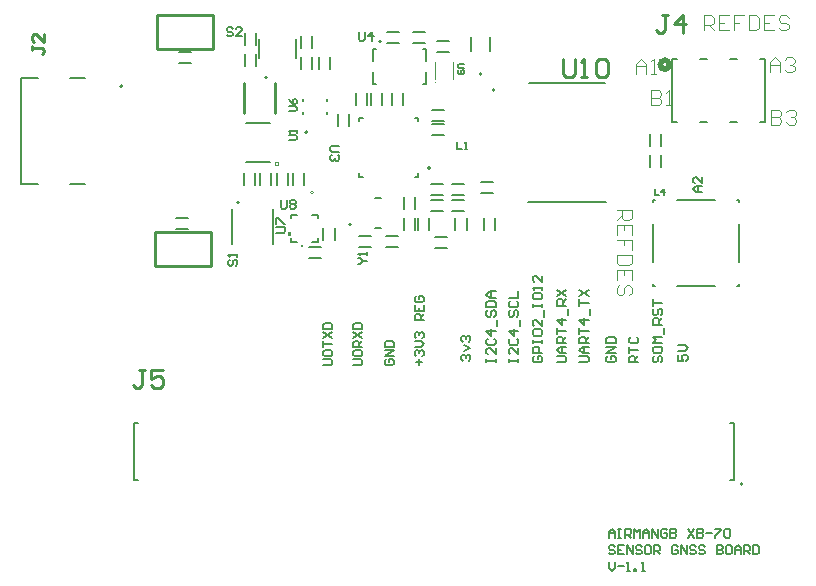
<source format=gto>
G04*
G04 #@! TF.GenerationSoftware,Altium Limited,Altium Designer,22.11.1 (43)*
G04*
G04 Layer_Color=65535*
%FSLAX44Y44*%
%MOMM*%
G71*
G04*
G04 #@! TF.SameCoordinates,81CC0E8B-20A0-439E-BAEA-CE75FBAB7F8A*
G04*
G04*
G04 #@! TF.FilePolarity,Positive*
G04*
G01*
G75*
%ADD10C,0.2000*%
%ADD11C,0.5080*%
%ADD12C,0.0000*%
%ADD13C,0.2540*%
%ADD14C,0.1000*%
%ADD15C,0.1270*%
%ADD16C,0.1524*%
%ADD17C,0.2032*%
%ADD18C,0.0762*%
G36*
X842899Y903685D02*
Y899875D01*
X840359D01*
Y903685D01*
X842899D01*
D02*
G37*
D10*
X1225430Y690250D02*
G03*
X1225430Y690250I-1000J0D01*
G01*
X1015460Y1023670D02*
G03*
X1015460Y1023670I-1000J0D01*
G01*
X1004300Y1037410D02*
G03*
X1004300Y1037410I-1000J0D01*
G01*
X893940Y909780D02*
G03*
X893940Y909780I-1000J0D01*
G01*
X919430Y1064772D02*
G03*
X919430Y1064772I-1000J0D01*
G01*
X857000Y988050D02*
G03*
X857000Y988050I-1000J0D01*
G01*
X799260Y928500D02*
G03*
X799260Y928500I-1000J0D01*
G01*
X700210Y1027130D02*
G03*
X700210Y1027130I-1000J0D01*
G01*
X960830Y957860D02*
G03*
X960830Y957860I-1000J0D01*
G01*
X822850Y1034180D02*
G03*
X822850Y1034180I-1000J0D01*
G01*
X614110Y1034030D02*
X629010D01*
X614110Y944630D02*
Y1034030D01*
Y944630D02*
X629010D01*
X656210Y1034030D02*
X668310D01*
X656210Y944630D02*
X668310D01*
D11*
X1163320Y1045210D02*
G03*
X1163320Y1045210I-3810J0D01*
G01*
D12*
X861950Y936770D02*
G03*
X861950Y936770I-1270J0D01*
G01*
D13*
X852529Y891794D02*
G03*
X852529Y891794I-359J0D01*
G01*
X729234Y1087120D02*
X776986D01*
X729234Y1058926D02*
X776986D01*
X729234D02*
Y1087120D01*
X776986Y1058926D02*
Y1087120D01*
X829818Y1004716D02*
Y1029716D01*
X803656Y1004716D02*
Y1029716D01*
X727964Y875030D02*
X775716D01*
X727964Y903224D02*
X775716D01*
Y875030D02*
Y903224D01*
X727964Y875030D02*
Y903224D01*
X719833Y786379D02*
X714754D01*
X717293D01*
Y773683D01*
X714754Y771144D01*
X712215D01*
X709676Y773683D01*
X735068Y786379D02*
X724911D01*
Y778762D01*
X729989Y781301D01*
X732529D01*
X735068Y778762D01*
Y773683D01*
X732529Y771144D01*
X727450D01*
X724911Y773683D01*
X1162051Y1087117D02*
X1156973D01*
X1159512D01*
Y1074422D01*
X1156973Y1071882D01*
X1154433D01*
X1151894Y1074422D01*
X1174747Y1071882D02*
Y1087117D01*
X1167129Y1079500D01*
X1177286D01*
X1073156Y1050287D02*
Y1037592D01*
X1075695Y1035052D01*
X1080774D01*
X1083313Y1037592D01*
Y1050287D01*
X1088391Y1035052D02*
X1093470D01*
X1090930D01*
Y1050287D01*
X1088391Y1047748D01*
X1101087D02*
X1103626Y1050287D01*
X1108705D01*
X1111244Y1047748D01*
Y1037592D01*
X1108705Y1035052D01*
X1103626D01*
X1101087Y1037592D01*
Y1047748D01*
X623572Y1061297D02*
Y1057912D01*
Y1059604D01*
X632036D01*
X633728Y1057912D01*
Y1056219D01*
X632036Y1054526D01*
X633728Y1071454D02*
Y1064683D01*
X626957Y1071454D01*
X625264D01*
X623572Y1069761D01*
Y1066376D01*
X625264Y1064683D01*
D14*
X965320Y1030130D02*
G03*
X965320Y1030130I-500J0D01*
G01*
Y1033130D02*
Y1047130D01*
X980320Y1033130D02*
Y1047130D01*
D15*
X1217930Y693400D02*
Y741700D01*
X709930Y693400D02*
Y741700D01*
X1214780Y693400D02*
X1217930D01*
X709930D02*
X713080D01*
X709930Y741700D02*
X713080D01*
X1214780D02*
X1217930D01*
X1044960Y1029670D02*
X1108960D01*
X1043960Y928670D02*
X1109960D01*
X1004160Y936270D02*
X1014160D01*
X1004160Y945870D02*
X1014160D01*
X1006120Y905590D02*
Y915590D01*
X1015720Y905590D02*
Y915590D01*
X1147090Y976710D02*
Y986710D01*
X1156690Y976710D02*
Y986710D01*
X1147090Y958930D02*
Y968930D01*
X1156690Y958930D02*
Y968930D01*
X995300Y1056990D02*
Y1068990D01*
X1011300Y1056990D02*
Y1068990D01*
X866420Y1041480D02*
Y1051480D01*
X876020Y1041480D02*
Y1051480D01*
X913740Y931980D02*
X919140D01*
X913740Y906980D02*
X919140D01*
X979250Y935000D02*
X989250D01*
X979250Y944600D02*
X989250D01*
X950240Y905590D02*
Y915590D01*
X959840Y905590D02*
Y915590D01*
X961470Y935000D02*
X971470D01*
X961470Y944600D02*
X971470D01*
X967040Y1055650D02*
X977040D01*
X967040Y1065250D02*
X977040D01*
X965280Y899229D02*
X975280D01*
X965280Y889629D02*
X975280D01*
X982055Y905590D02*
Y915590D01*
X991655Y905590D02*
Y915590D01*
X979250Y930979D02*
X989250D01*
X979250Y921379D02*
X989250D01*
X912220Y1058773D02*
X914720D01*
X912220Y1048773D02*
Y1058773D01*
Y1028773D02*
Y1038773D01*
Y1028773D02*
X914720D01*
X954720D02*
X957220D01*
Y1038773D01*
X954720Y1058773D02*
X957220D01*
Y1048773D02*
Y1058773D01*
X853600Y1003350D02*
Y1004950D01*
Y1014350D02*
Y1015950D01*
X873600Y1014350D02*
Y1015950D01*
Y1003350D02*
Y1004950D01*
X851180Y1059260D02*
Y1069260D01*
X860780Y1059260D02*
Y1069260D01*
X907770Y1011000D02*
Y1021000D01*
X898170Y1011000D02*
Y1021000D01*
X892530Y993220D02*
Y1003220D01*
X882930Y993220D02*
Y1003220D01*
X938250Y1011000D02*
Y1021000D01*
X928650Y1011000D02*
Y1021000D01*
X938810Y905590D02*
Y915590D01*
X948410Y905590D02*
Y915590D01*
X938810Y922880D02*
Y932880D01*
X948410Y922880D02*
Y932880D01*
X962740Y997230D02*
X972740D01*
X962740Y1006830D02*
X972740D01*
X748110Y1046760D02*
X758110D01*
X748110Y1056360D02*
X758110D01*
X793060Y893050D02*
Y923050D01*
X827460Y893050D02*
Y923050D01*
X870422Y896700D02*
Y906700D01*
X880022Y896700D02*
Y906700D01*
X858600Y881660D02*
X868600D01*
X858600Y891260D02*
X868600D01*
X804190Y1061800D02*
Y1071800D01*
X813790Y1061800D02*
Y1071800D01*
X804190Y1044020D02*
Y1054020D01*
X813790Y1044020D02*
Y1054020D01*
X924640Y1063270D02*
X934640D01*
X924640Y1072870D02*
X934640D01*
X946230D02*
X956230D01*
X946230Y1063270D02*
X956230D01*
X920470Y1011000D02*
Y1021000D01*
X910870Y1011000D02*
Y1021000D01*
X923370Y890550D02*
X933370D01*
X923370Y900150D02*
X933370D01*
X900510D02*
X910510D01*
X900510Y890550D02*
X910510D01*
X962740Y995400D02*
X972740D01*
X962740Y985800D02*
X972740D01*
X961470Y930979D02*
X971470D01*
X961470Y921379D02*
X971470D01*
X746060Y915390D02*
X756060D01*
X746060Y905790D02*
X756060D01*
X947880Y950360D02*
X950830D01*
Y953310D01*
Y997410D02*
Y1000360D01*
X947880D02*
X950830D01*
X900830D02*
X903780D01*
X900830Y997410D02*
Y1000360D01*
Y950360D02*
Y953310D01*
Y950360D02*
X903780D01*
X844703Y943690D02*
Y953690D01*
X854303Y943690D02*
Y953690D01*
X840460Y943690D02*
Y953690D01*
X830860Y943690D02*
Y953690D01*
X826490Y943690D02*
Y953690D01*
X816890Y943690D02*
Y953690D01*
X812520Y943690D02*
Y953690D01*
X802920Y943690D02*
Y953690D01*
X816215Y1051180D02*
Y1067180D01*
X847485Y1051180D02*
Y1067180D01*
X851180Y1041480D02*
Y1051480D01*
X860780Y1041480D02*
Y1051480D01*
X989329Y1045632D02*
X985097D01*
X984251Y1044786D01*
Y1043093D01*
X985097Y1042246D01*
X989329D01*
X985097Y1040554D02*
X984251Y1039707D01*
Y1038014D01*
X985097Y1037168D01*
X988483D01*
X989329Y1038014D01*
Y1039707D01*
X988483Y1040554D01*
X987636D01*
X986790Y1039707D01*
Y1037168D01*
D16*
X1240307Y996340D02*
X1244600D01*
X1165860D02*
X1170153D01*
X1244600D02*
Y1049680D01*
X1240307D02*
X1244600D01*
X1165860Y996340D02*
Y1049680D01*
X1170153D01*
X1189507D02*
X1195553D01*
X1214907D02*
X1220953D01*
X1189507Y996340D02*
X1195553D01*
X1214907D02*
X1220953D01*
X1149858Y857758D02*
Y859332D01*
X1220928Y930402D02*
X1222502D01*
X1149858Y928828D02*
Y930402D01*
Y857758D02*
X1151432D01*
X1222502D02*
Y859332D01*
X1220928Y857758D02*
X1222502D01*
Y878028D02*
Y910132D01*
X1170128Y930402D02*
X1202232D01*
X1222502Y928828D02*
Y930402D01*
X1149858Y878028D02*
Y910132D01*
Y930402D02*
X1151432D01*
X1170128Y857758D02*
X1202232D01*
X805307Y962660D02*
X825373D01*
X805307Y995680D02*
X825373D01*
X843153Y918337D02*
X848522D01*
X866267Y915468D02*
Y918337D01*
X860898Y895223D02*
X866267D01*
X843153D02*
X848522D01*
X843153Y915468D02*
Y918337D01*
X860898D02*
X866267D01*
Y895223D02*
Y898092D01*
X843153Y895223D02*
Y898092D01*
X983828Y979804D02*
Y973456D01*
X988060D01*
X990176D02*
X992292D01*
X991234D01*
Y979804D01*
X990176Y978746D01*
X841376Y1005630D02*
X846666D01*
X847724Y1006688D01*
Y1008804D01*
X846666Y1009862D01*
X841376D01*
Y1016210D02*
X842434Y1014094D01*
X844550Y1011978D01*
X846666D01*
X847724Y1013036D01*
Y1015152D01*
X846666Y1016210D01*
X845608D01*
X844550Y1015152D01*
Y1011978D01*
X900432Y1073149D02*
Y1066801D01*
X901702Y1065531D01*
X904241D01*
X905510Y1066801D01*
Y1073149D01*
X911858Y1065531D02*
Y1073149D01*
X908050Y1069340D01*
X913128D01*
X841376Y981288D02*
X846666D01*
X847724Y982346D01*
Y984462D01*
X846666Y985520D01*
X841376D01*
X847724Y987636D02*
Y989752D01*
Y988694D01*
X841376D01*
X842434Y987636D01*
D17*
X1112012Y644748D02*
Y649826D01*
X1114551Y652365D01*
X1117090Y649826D01*
Y644748D01*
Y648557D01*
X1112012D01*
X1119630Y652365D02*
X1122169D01*
X1120899D01*
Y644748D01*
X1119630D01*
X1122169D01*
X1125977D02*
Y652365D01*
X1129786D01*
X1131056Y651096D01*
Y648557D01*
X1129786Y647287D01*
X1125977D01*
X1128517D02*
X1131056Y644748D01*
X1133595D02*
Y652365D01*
X1136134Y649826D01*
X1138673Y652365D01*
Y644748D01*
X1141213D02*
Y649826D01*
X1143752Y652365D01*
X1146291Y649826D01*
Y644748D01*
Y648557D01*
X1141213D01*
X1148830Y644748D02*
Y652365D01*
X1153908Y644748D01*
Y652365D01*
X1161526Y651096D02*
X1160256Y652365D01*
X1157717D01*
X1156448Y651096D01*
Y646017D01*
X1157717Y644748D01*
X1160256D01*
X1161526Y646017D01*
Y648557D01*
X1158987D01*
X1164065Y652365D02*
Y644748D01*
X1167874D01*
X1169144Y646017D01*
Y647287D01*
X1167874Y648557D01*
X1164065D01*
X1167874D01*
X1169144Y649826D01*
Y651096D01*
X1167874Y652365D01*
X1164065D01*
X1179300D02*
X1184379Y644748D01*
Y652365D02*
X1179300Y644748D01*
X1186918Y652365D02*
Y644748D01*
X1190726D01*
X1191996Y646017D01*
Y647287D01*
X1190726Y648557D01*
X1186918D01*
X1190726D01*
X1191996Y649826D01*
Y651096D01*
X1190726Y652365D01*
X1186918D01*
X1194535Y648557D02*
X1199614D01*
X1202153Y652365D02*
X1207231D01*
Y651096D01*
X1202153Y646017D01*
Y644748D01*
X1209770Y651096D02*
X1211040Y652365D01*
X1213579D01*
X1214849Y651096D01*
Y646017D01*
X1213579Y644748D01*
X1211040D01*
X1209770Y646017D01*
Y651096D01*
X1117090Y637078D02*
X1115821Y638347D01*
X1113282D01*
X1112012Y637078D01*
Y635808D01*
X1113282Y634539D01*
X1115821D01*
X1117090Y633269D01*
Y631999D01*
X1115821Y630730D01*
X1113282D01*
X1112012Y631999D01*
X1124708Y638347D02*
X1119630D01*
Y630730D01*
X1124708D01*
X1119630Y634539D02*
X1122169D01*
X1127247Y630730D02*
Y638347D01*
X1132325Y630730D01*
Y638347D01*
X1139943Y637078D02*
X1138673Y638347D01*
X1136134D01*
X1134865Y637078D01*
Y635808D01*
X1136134Y634539D01*
X1138673D01*
X1139943Y633269D01*
Y631999D01*
X1138673Y630730D01*
X1136134D01*
X1134865Y631999D01*
X1146291Y638347D02*
X1143752D01*
X1142482Y637078D01*
Y631999D01*
X1143752Y630730D01*
X1146291D01*
X1147561Y631999D01*
Y637078D01*
X1146291Y638347D01*
X1150100Y630730D02*
Y638347D01*
X1153908D01*
X1155178Y637078D01*
Y634539D01*
X1153908Y633269D01*
X1150100D01*
X1152639D02*
X1155178Y630730D01*
X1170413Y637078D02*
X1169144Y638347D01*
X1166604D01*
X1165335Y637078D01*
Y631999D01*
X1166604Y630730D01*
X1169144D01*
X1170413Y631999D01*
Y634539D01*
X1167874D01*
X1172952Y630730D02*
Y638347D01*
X1178031Y630730D01*
Y638347D01*
X1185648Y637078D02*
X1184379Y638347D01*
X1181839D01*
X1180570Y637078D01*
Y635808D01*
X1181839Y634539D01*
X1184379D01*
X1185648Y633269D01*
Y631999D01*
X1184379Y630730D01*
X1181839D01*
X1180570Y631999D01*
X1193266Y637078D02*
X1191996Y638347D01*
X1189457D01*
X1188187Y637078D01*
Y635808D01*
X1189457Y634539D01*
X1191996D01*
X1193266Y633269D01*
Y631999D01*
X1191996Y630730D01*
X1189457D01*
X1188187Y631999D01*
X1203422Y638347D02*
Y630730D01*
X1207231D01*
X1208501Y631999D01*
Y633269D01*
X1207231Y634539D01*
X1203422D01*
X1207231D01*
X1208501Y635808D01*
Y637078D01*
X1207231Y638347D01*
X1203422D01*
X1214849D02*
X1212310D01*
X1211040Y637078D01*
Y631999D01*
X1212310Y630730D01*
X1214849D01*
X1216118Y631999D01*
Y637078D01*
X1214849Y638347D01*
X1218658Y630730D02*
Y635808D01*
X1221197Y638347D01*
X1223736Y635808D01*
Y630730D01*
Y634539D01*
X1218658D01*
X1226275Y630730D02*
Y638347D01*
X1230084D01*
X1231353Y637078D01*
Y634539D01*
X1230084Y633269D01*
X1226275D01*
X1228814D02*
X1231353Y630730D01*
X1233893Y638347D02*
Y630730D01*
X1237701D01*
X1238971Y631999D01*
Y637078D01*
X1237701Y638347D01*
X1233893D01*
X1112012Y624329D02*
Y619251D01*
X1114551Y616712D01*
X1117090Y619251D01*
Y624329D01*
X1119630Y620521D02*
X1124708D01*
X1127247Y616712D02*
X1129786D01*
X1128517D01*
Y624329D01*
X1127247Y623060D01*
X1133595Y616712D02*
Y617982D01*
X1134865D01*
Y616712D01*
X1133595D01*
X1139943D02*
X1142482D01*
X1141213D01*
Y624329D01*
X1139943Y623060D01*
X1171071Y799844D02*
Y794512D01*
X1175069D01*
X1173736Y797178D01*
Y798511D01*
X1175069Y799844D01*
X1177735D01*
X1179068Y798511D01*
Y795845D01*
X1177735Y794512D01*
X1171071Y802509D02*
X1176402D01*
X1179068Y805175D01*
X1176402Y807841D01*
X1171071D01*
X1150751Y798574D02*
X1149418Y797241D01*
Y794575D01*
X1150751Y793242D01*
X1152084D01*
X1153416Y794575D01*
Y797241D01*
X1154749Y798574D01*
X1156082D01*
X1157415Y797241D01*
Y794575D01*
X1156082Y793242D01*
X1149418Y805238D02*
Y802572D01*
X1150751Y801239D01*
X1156082D01*
X1157415Y802572D01*
Y805238D01*
X1156082Y806571D01*
X1150751D01*
X1149418Y805238D01*
X1157415Y809237D02*
X1149418D01*
X1152084Y811903D01*
X1149418Y814568D01*
X1157415D01*
X1158748Y817234D02*
Y822566D01*
X1157415Y825232D02*
X1149418D01*
Y829230D01*
X1150751Y830563D01*
X1153416D01*
X1154749Y829230D01*
Y825232D01*
Y827897D02*
X1157415Y830563D01*
X1150751Y838561D02*
X1149418Y837228D01*
Y834562D01*
X1150751Y833229D01*
X1152084D01*
X1153416Y834562D01*
Y837228D01*
X1154749Y838561D01*
X1156082D01*
X1157415Y837228D01*
Y834562D01*
X1156082Y833229D01*
X1149418Y841226D02*
Y846558D01*
Y843892D01*
X1157415D01*
X1137158Y793242D02*
X1129161D01*
Y797241D01*
X1130493Y798574D01*
X1133159D01*
X1134492Y797241D01*
Y793242D01*
Y795908D02*
X1137158Y798574D01*
X1129161Y801239D02*
Y806571D01*
Y803905D01*
X1137158D01*
X1130493Y814568D02*
X1129161Y813235D01*
Y810570D01*
X1130493Y809237D01*
X1135825D01*
X1137158Y810570D01*
Y813235D01*
X1135825Y814568D01*
X1111443Y798574D02*
X1110111Y797241D01*
Y794575D01*
X1111443Y793242D01*
X1116775D01*
X1118108Y794575D01*
Y797241D01*
X1116775Y798574D01*
X1114109D01*
Y795908D01*
X1118108Y801239D02*
X1110111D01*
X1118108Y806571D01*
X1110111D01*
Y809237D02*
X1118108D01*
Y813235D01*
X1116775Y814568D01*
X1111443D01*
X1110111Y813235D01*
Y809237D01*
X1087188Y793242D02*
X1093852D01*
X1095185Y794575D01*
Y797241D01*
X1093852Y798574D01*
X1087188D01*
X1095185Y801239D02*
X1089854D01*
X1087188Y803905D01*
X1089854Y806571D01*
X1095185D01*
X1091186D01*
Y801239D01*
X1095185Y809237D02*
X1087188D01*
Y813235D01*
X1088521Y814568D01*
X1091186D01*
X1092519Y813235D01*
Y809237D01*
Y811903D02*
X1095185Y814568D01*
X1087188Y817234D02*
Y822566D01*
Y819900D01*
X1095185D01*
Y829230D02*
X1087188D01*
X1091186Y825232D01*
Y830563D01*
X1096518Y833229D02*
Y838561D01*
X1087188Y841226D02*
Y846558D01*
Y843892D01*
X1095185D01*
X1087188Y849224D02*
X1095185Y854555D01*
X1087188D02*
X1095185Y849224D01*
X1068138Y793242D02*
X1074802D01*
X1076135Y794575D01*
Y797241D01*
X1074802Y798574D01*
X1068138D01*
X1076135Y801239D02*
X1070804D01*
X1068138Y803905D01*
X1070804Y806571D01*
X1076135D01*
X1072136D01*
Y801239D01*
X1076135Y809237D02*
X1068138D01*
Y813235D01*
X1069471Y814568D01*
X1072136D01*
X1073469Y813235D01*
Y809237D01*
Y811903D02*
X1076135Y814568D01*
X1068138Y817234D02*
Y822566D01*
Y819900D01*
X1076135D01*
Y829230D02*
X1068138D01*
X1072136Y825232D01*
Y830563D01*
X1077468Y833229D02*
Y838561D01*
X1076135Y841226D02*
X1068138D01*
Y845225D01*
X1069471Y846558D01*
X1072136D01*
X1073469Y845225D01*
Y841226D01*
Y843892D02*
X1076135Y846558D01*
X1068138Y849224D02*
X1076135Y854555D01*
X1068138D02*
X1076135Y849224D01*
X1049151Y798574D02*
X1047818Y797241D01*
Y794575D01*
X1049151Y793242D01*
X1054482D01*
X1055815Y794575D01*
Y797241D01*
X1054482Y798574D01*
X1051816D01*
Y795908D01*
X1055815Y801239D02*
X1047818D01*
Y805238D01*
X1049151Y806571D01*
X1051816D01*
X1053149Y805238D01*
Y801239D01*
X1047818Y809237D02*
Y811903D01*
Y810570D01*
X1055815D01*
Y809237D01*
Y811903D01*
X1047818Y819900D02*
Y817234D01*
X1049151Y815901D01*
X1054482D01*
X1055815Y817234D01*
Y819900D01*
X1054482Y821233D01*
X1049151D01*
X1047818Y819900D01*
X1055815Y829230D02*
Y823899D01*
X1050483Y829230D01*
X1049151D01*
X1047818Y827897D01*
Y825232D01*
X1049151Y823899D01*
X1057148Y831896D02*
Y837228D01*
X1047818Y839893D02*
Y842559D01*
Y841226D01*
X1055815D01*
Y839893D01*
Y842559D01*
X1047818Y850557D02*
Y847891D01*
X1049151Y846558D01*
X1054482D01*
X1055815Y847891D01*
Y850557D01*
X1054482Y851890D01*
X1049151D01*
X1047818Y850557D01*
X1055815Y854555D02*
Y857221D01*
Y855888D01*
X1047818D01*
X1049151Y854555D01*
X1055815Y866552D02*
Y861220D01*
X1050483Y866552D01*
X1049151D01*
X1047818Y865219D01*
Y862553D01*
X1049151Y861220D01*
X1027498Y793242D02*
Y795908D01*
Y794575D01*
X1035495D01*
Y793242D01*
Y795908D01*
Y805238D02*
Y799906D01*
X1030163Y805238D01*
X1028831D01*
X1027498Y803905D01*
Y801239D01*
X1028831Y799906D01*
Y813235D02*
X1027498Y811903D01*
Y809237D01*
X1028831Y807904D01*
X1034162D01*
X1035495Y809237D01*
Y811903D01*
X1034162Y813235D01*
X1035495Y819900D02*
X1027498D01*
X1031496Y815901D01*
Y821233D01*
X1036828Y823899D02*
Y829230D01*
X1028831Y837228D02*
X1027498Y835895D01*
Y833229D01*
X1028831Y831896D01*
X1030163D01*
X1031496Y833229D01*
Y835895D01*
X1032829Y837228D01*
X1034162D01*
X1035495Y835895D01*
Y833229D01*
X1034162Y831896D01*
X1028831Y845225D02*
X1027498Y843892D01*
Y841226D01*
X1028831Y839893D01*
X1034162D01*
X1035495Y841226D01*
Y843892D01*
X1034162Y845225D01*
X1027498Y847891D02*
X1035495D01*
Y853222D01*
X1008448Y793242D02*
Y795908D01*
Y794575D01*
X1016445D01*
Y793242D01*
Y795908D01*
Y805238D02*
Y799906D01*
X1011114Y805238D01*
X1009781D01*
X1008448Y803905D01*
Y801239D01*
X1009781Y799906D01*
Y813235D02*
X1008448Y811903D01*
Y809237D01*
X1009781Y807904D01*
X1015112D01*
X1016445Y809237D01*
Y811903D01*
X1015112Y813235D01*
X1016445Y819900D02*
X1008448D01*
X1012446Y815901D01*
Y821233D01*
X1017778Y823899D02*
Y829230D01*
X1009781Y837228D02*
X1008448Y835895D01*
Y833229D01*
X1009781Y831896D01*
X1011114D01*
X1012446Y833229D01*
Y835895D01*
X1013779Y837228D01*
X1015112D01*
X1016445Y835895D01*
Y833229D01*
X1015112Y831896D01*
X1008448Y839893D02*
X1016445D01*
Y843892D01*
X1015112Y845225D01*
X1009781D01*
X1008448Y843892D01*
Y839893D01*
X1016445Y847891D02*
X1011114D01*
X1008448Y850557D01*
X1011114Y853222D01*
X1016445D01*
X1012446D01*
Y847891D01*
X988253Y794512D02*
X986921Y795845D01*
Y798511D01*
X988253Y799844D01*
X989586D01*
X990919Y798511D01*
Y797178D01*
Y798511D01*
X992252Y799844D01*
X993585D01*
X994918Y798511D01*
Y795845D01*
X993585Y794512D01*
X989586Y802509D02*
X994918Y805175D01*
X989586Y807841D01*
X988253Y810507D02*
X986921Y811840D01*
Y814505D01*
X988253Y815838D01*
X989586D01*
X990919Y814505D01*
Y813173D01*
Y814505D01*
X992252Y815838D01*
X993585D01*
X994918Y814505D01*
Y811840D01*
X993585Y810507D01*
X870461Y790702D02*
X876808D01*
X878078Y791972D01*
Y794511D01*
X876808Y795780D01*
X870461D01*
X871730Y798319D02*
X870461Y799589D01*
Y802128D01*
X871730Y803398D01*
X876808D01*
X878078Y802128D01*
Y799589D01*
X876808Y798319D01*
X871730D01*
X870461Y805937D02*
Y811015D01*
Y808476D01*
X878078D01*
X870461Y813555D02*
X878078Y818633D01*
X870461D02*
X878078Y813555D01*
X870461Y821172D02*
X878078D01*
Y824981D01*
X876808Y826251D01*
X871730D01*
X870461Y824981D01*
Y821172D01*
X895861Y790702D02*
X902208D01*
X903478Y791972D01*
Y794511D01*
X902208Y795780D01*
X895861D01*
X897130Y798319D02*
X895861Y799589D01*
Y802128D01*
X897130Y803398D01*
X902208D01*
X903478Y802128D01*
Y799589D01*
X902208Y798319D01*
X897130D01*
X903478Y805937D02*
X895861D01*
Y809746D01*
X897130Y811015D01*
X899669D01*
X900939Y809746D01*
Y805937D01*
Y808476D02*
X903478Y811015D01*
X895861Y813555D02*
X903478Y818633D01*
X895861D02*
X903478Y813555D01*
X895861Y821172D02*
X903478D01*
Y824981D01*
X902208Y826251D01*
X897130D01*
X895861Y824981D01*
Y821172D01*
X923800Y795780D02*
X922531Y794511D01*
Y791972D01*
X923800Y790702D01*
X928878D01*
X930148Y791972D01*
Y794511D01*
X928878Y795780D01*
X926339D01*
Y793241D01*
X930148Y798319D02*
X922531D01*
X930148Y803398D01*
X922531D01*
Y805937D02*
X930148D01*
Y809746D01*
X928878Y811015D01*
X923800D01*
X922531Y809746D01*
Y805937D01*
X951739Y790702D02*
Y795780D01*
X949200Y793241D02*
X954278D01*
X949200Y798319D02*
X947931Y799589D01*
Y802128D01*
X949200Y803398D01*
X950470D01*
X951739Y802128D01*
Y800859D01*
Y802128D01*
X953009Y803398D01*
X954278D01*
X955548Y802128D01*
Y799589D01*
X954278Y798319D01*
X947931Y805937D02*
X953009D01*
X955548Y808476D01*
X953009Y811015D01*
X947931D01*
X949200Y813555D02*
X947931Y814824D01*
Y817363D01*
X949200Y818633D01*
X950470D01*
X951739Y817363D01*
Y816094D01*
Y817363D01*
X953009Y818633D01*
X954278D01*
X955548Y817363D01*
Y814824D01*
X954278Y813555D01*
X955548Y828790D02*
X947931D01*
Y832598D01*
X949200Y833868D01*
X951739D01*
X953009Y832598D01*
Y828790D01*
Y831329D02*
X955548Y833868D01*
X947931Y841486D02*
Y836407D01*
X955548D01*
Y841486D01*
X951739Y836407D02*
Y838946D01*
X949200Y849103D02*
X947931Y847833D01*
Y845294D01*
X949200Y844025D01*
X954278D01*
X955548Y845294D01*
Y847833D01*
X954278Y849103D01*
X951739D01*
Y846564D01*
X1191259Y937262D02*
X1186180D01*
X1183641Y939801D01*
X1186180Y942340D01*
X1191259D01*
X1187450D01*
Y937262D01*
X1191259Y949958D02*
Y944880D01*
X1186180Y949958D01*
X1184911D01*
X1183641Y948688D01*
Y946149D01*
X1184911Y944880D01*
X1151468Y939799D02*
Y934721D01*
X1154854D01*
X1159086D02*
Y939799D01*
X1156546Y937260D01*
X1159932D01*
X793750Y1075689D02*
X792481Y1076959D01*
X789942D01*
X788672Y1075689D01*
Y1074420D01*
X789942Y1073150D01*
X792481D01*
X793750Y1071880D01*
Y1070611D01*
X792481Y1069341D01*
X789942D01*
X788672Y1070611D01*
X801368Y1069341D02*
X796290D01*
X801368Y1074420D01*
Y1075689D01*
X800098Y1076959D01*
X797559D01*
X796290Y1075689D01*
X834392Y930909D02*
Y924561D01*
X835662Y923291D01*
X838201D01*
X839470Y924561D01*
Y930909D01*
X842010Y929639D02*
X843279Y930909D01*
X845818D01*
X847088Y929639D01*
Y928370D01*
X845818Y927100D01*
X847088Y925830D01*
Y924561D01*
X845818Y923291D01*
X843279D01*
X842010Y924561D01*
Y925830D01*
X843279Y927100D01*
X842010Y928370D01*
Y929639D01*
X843279Y927100D02*
X845818D01*
X830581Y902972D02*
X836929D01*
X838199Y904242D01*
Y906781D01*
X836929Y908050D01*
X830581D01*
Y910590D02*
Y915668D01*
X831851D01*
X836929Y910590D01*
X838199D01*
X791211Y880110D02*
X789941Y878840D01*
Y876301D01*
X791211Y875032D01*
X792480D01*
X793750Y876301D01*
Y878840D01*
X795020Y880110D01*
X796289D01*
X797559Y878840D01*
Y876301D01*
X796289Y875032D01*
X797559Y882649D02*
Y885188D01*
Y883919D01*
X789941D01*
X791211Y882649D01*
X899931Y876302D02*
X901201D01*
X903740Y878841D01*
X901201Y881380D01*
X899931D01*
X903740Y878841D02*
X907549D01*
Y883919D02*
Y886458D01*
Y885189D01*
X899931D01*
X901201Y883919D01*
X883919Y976628D02*
X877571D01*
X876301Y975358D01*
Y972819D01*
X877571Y971550D01*
X883919D01*
X882649Y969010D02*
X883919Y967741D01*
Y965202D01*
X882649Y963932D01*
X881380D01*
X880110Y965202D01*
Y966471D01*
Y965202D01*
X878840Y963932D01*
X877571D01*
X876301Y965202D01*
Y967741D01*
X877571Y969010D01*
D18*
X1135380Y1037590D02*
Y1046054D01*
X1139612Y1050286D01*
X1143844Y1046054D01*
Y1037590D01*
Y1043938D01*
X1135380D01*
X1148076Y1037590D02*
X1152308D01*
X1150192D01*
Y1050286D01*
X1148076Y1048170D01*
X1148080Y1023616D02*
Y1010920D01*
X1154428D01*
X1156544Y1013036D01*
Y1015152D01*
X1154428Y1017268D01*
X1148080D01*
X1154428D01*
X1156544Y1019384D01*
Y1021500D01*
X1154428Y1023616D01*
X1148080D01*
X1160776Y1010920D02*
X1165008D01*
X1162892D01*
Y1023616D01*
X1160776Y1021500D01*
X1248410Y1038860D02*
Y1047324D01*
X1252642Y1051556D01*
X1256874Y1047324D01*
Y1038860D01*
Y1045208D01*
X1248410D01*
X1261106Y1049440D02*
X1263222Y1051556D01*
X1267454D01*
X1269570Y1049440D01*
Y1047324D01*
X1267454Y1045208D01*
X1265338D01*
X1267454D01*
X1269570Y1043092D01*
Y1040976D01*
X1267454Y1038860D01*
X1263222D01*
X1261106Y1040976D01*
X1249680Y1007106D02*
Y994410D01*
X1256028D01*
X1258144Y996526D01*
Y998642D01*
X1256028Y1000758D01*
X1249680D01*
X1256028D01*
X1258144Y1002874D01*
Y1004990D01*
X1256028Y1007106D01*
X1249680D01*
X1262376Y1004990D02*
X1264492Y1007106D01*
X1268724D01*
X1270840Y1004990D01*
Y1002874D01*
X1268724Y1000758D01*
X1266608D01*
X1268724D01*
X1270840Y998642D01*
Y996526D01*
X1268724Y994410D01*
X1264492D01*
X1262376Y996526D01*
X1192530Y1074420D02*
Y1087116D01*
X1198878D01*
X1200994Y1085000D01*
Y1080768D01*
X1198878Y1078652D01*
X1192530D01*
X1196762D02*
X1200994Y1074420D01*
X1213690Y1087116D02*
X1205226D01*
Y1074420D01*
X1213690D01*
X1205226Y1080768D02*
X1209458D01*
X1226386Y1087116D02*
X1217922D01*
Y1080768D01*
X1222154D01*
X1217922D01*
Y1074420D01*
X1230618Y1087116D02*
Y1074420D01*
X1236966D01*
X1239082Y1076536D01*
Y1085000D01*
X1236966Y1087116D01*
X1230618D01*
X1251777D02*
X1243314D01*
Y1074420D01*
X1251777D01*
X1243314Y1080768D02*
X1247545D01*
X1264473Y1085000D02*
X1262357Y1087116D01*
X1258125D01*
X1256009Y1085000D01*
Y1082884D01*
X1258125Y1080768D01*
X1262357D01*
X1264473Y1078652D01*
Y1076536D01*
X1262357Y1074420D01*
X1258125D01*
X1256009Y1076536D01*
X1118870Y922020D02*
X1131566D01*
Y915672D01*
X1129450Y913556D01*
X1125218D01*
X1123102Y915672D01*
Y922020D01*
Y917788D02*
X1118870Y913556D01*
X1131566Y900860D02*
Y909324D01*
X1118870D01*
Y900860D01*
X1125218Y909324D02*
Y905092D01*
X1131566Y888164D02*
Y896628D01*
X1125218D01*
Y892396D01*
Y896628D01*
X1118870D01*
X1131566Y883932D02*
X1118870D01*
Y877584D01*
X1120986Y875468D01*
X1129450D01*
X1131566Y877584D01*
Y883932D01*
Y862773D02*
Y871236D01*
X1118870D01*
Y862773D01*
X1125218Y871236D02*
Y867004D01*
X1129450Y850077D02*
X1131566Y852193D01*
Y856425D01*
X1129450Y858541D01*
X1127334D01*
X1125218Y856425D01*
Y852193D01*
X1123102Y850077D01*
X1120986D01*
X1118870Y852193D01*
Y856425D01*
X1120986Y858541D01*
X831850Y962660D02*
Y960544D01*
X829734D01*
Y962660D01*
X831850D01*
M02*

</source>
